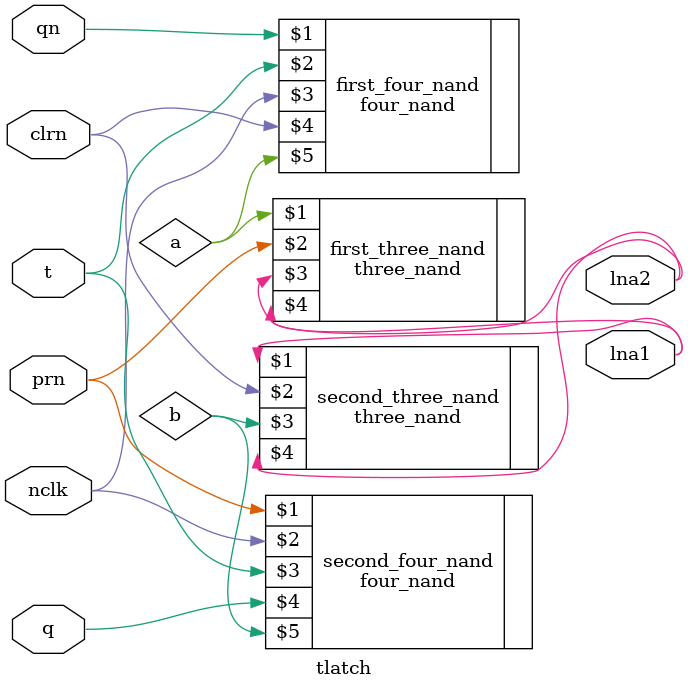
<source format=v>
module tlatch(prn, t, nclk, clrn, q, qn, lna1, lna2);
	input prn, t, nclk, clrn;
	wire a, b;
	inout q, qn;
	output lna1, lna2;
	four_nand first_four_nand(qn, t, nclk, clrn, a);
	four_nand second_four_nand(prn, nclk, t, q, b);
	three_nand first_three_nand(a, prn, lna2, lna1);
	three_nand second_three_nand(lna1, clrn, b, lna2);
endmodule


</source>
